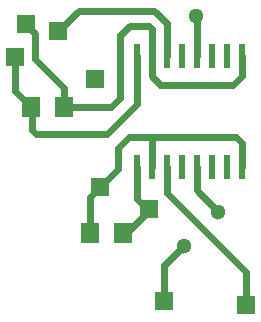
<source format=gtl>
%FSLAX43Y43*%
%MOMM*%
G71*
G01*
G75*
G04 Layer_Physical_Order=1*
%ADD10R,1.600X1.800*%
%ADD11R,0.600X2.150*%
%ADD12C,0.600*%
%ADD13R,1.500X1.500*%
%ADD14C,1.300*%
D10*
X19975Y39975D02*
D03*
X22775D02*
D03*
X17825Y50600D02*
D03*
X15025D02*
D03*
D11*
X32845Y54975D02*
D03*
X31575D02*
D03*
X30305D02*
D03*
X29035D02*
D03*
X27765D02*
D03*
X26495D02*
D03*
X25225D02*
D03*
X23955D02*
D03*
X32845Y45575D02*
D03*
X31575D02*
D03*
X30305D02*
D03*
X29035D02*
D03*
X27765D02*
D03*
X26495D02*
D03*
X25225D02*
D03*
X23955D02*
D03*
D12*
X29000Y58300D02*
X29035Y58265D01*
Y54975D02*
Y58265D01*
X26495Y54975D02*
Y57705D01*
X17325Y57050D02*
X19025Y58750D01*
X25450D02*
X26495Y57705D01*
X19025Y58750D02*
X25450D01*
X13650Y51975D02*
X15075Y50550D01*
X23955Y50855D02*
Y54975D01*
X13650Y51975D02*
Y54850D01*
X21400Y48300D02*
X23955Y50855D01*
X15450Y48300D02*
X21400D01*
X15075Y48675D02*
X15450Y48300D01*
X15075Y48675D02*
Y50550D01*
X25225Y53250D02*
Y57225D01*
X17825Y50600D02*
X21750D01*
X32845Y53245D02*
Y54975D01*
X21750Y50600D02*
X22550Y51400D01*
X32125Y52525D02*
X32845Y53245D01*
X25950Y52525D02*
X32125D01*
X25225Y53250D02*
X25950Y52525D01*
X24950Y57500D02*
X25225Y57225D01*
X23350Y57500D02*
X24950D01*
X22550Y56700D02*
X23350Y57500D01*
X22550Y51400D02*
Y56700D01*
X14550Y57675D02*
X15375Y56850D01*
X17825Y50600D02*
Y52225D01*
X15375Y54675D02*
X17825Y52225D01*
X15375Y54675D02*
Y56850D01*
X23300Y48075D02*
X32375D01*
X19975Y43000D02*
X22375Y45400D01*
X32845Y45575D02*
Y47605D01*
X25225Y45575D02*
Y48075D01*
X19975Y39975D02*
Y43000D01*
X32375Y48075D02*
X32845Y47605D01*
X22375Y47150D02*
X23300Y48075D01*
X22375Y45400D02*
Y47150D01*
X23955Y42845D02*
X24950Y41850D01*
X23955Y42845D02*
Y45575D01*
X22775Y39975D02*
X23075D01*
X24950Y41850D01*
X29035Y43565D02*
X30825Y41775D01*
X29035Y43565D02*
Y45575D01*
X26279Y37254D02*
X27925Y38900D01*
X26279Y34196D02*
Y37254D01*
X26495Y43355D02*
X33225Y36625D01*
X26495Y43355D02*
Y45575D01*
X33225Y33825D02*
Y36625D01*
D13*
X26279Y34196D02*
D03*
X20375Y53024D02*
D03*
X33225Y33825D02*
D03*
X20800Y43825D02*
D03*
X17325Y57050D02*
D03*
X14550Y57675D02*
D03*
X24950Y41950D02*
D03*
X13650Y54850D02*
D03*
D14*
X29000Y58300D02*
D03*
X30825Y41775D02*
D03*
X27925Y38900D02*
D03*
M02*

</source>
